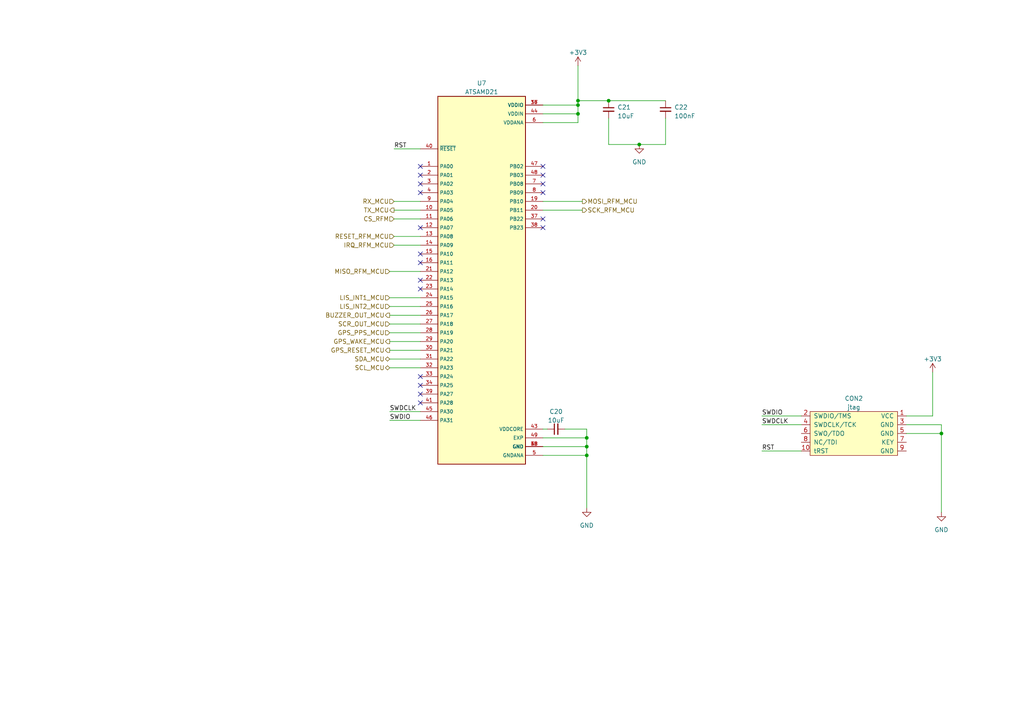
<source format=kicad_sch>
(kicad_sch (version 20210406) (generator eeschema)
  (paper "A4")
  (lib_symbols
    (symbol "Device:C_Small" (pin_numbers hide) (pin_names (offset 0.254) hide)
      (property "Reference" "C" (at 0.254 1.778 0))
      (property "Value" "C_Small" (at 0.254 -2.032 0))
      (symbol "C_Small_0_1"
        (polyline (pts (xy -1.524 -0.508) (xy 1.524 -0.508)) (stroke (width 0.3302)))
        (polyline (pts (xy -1.524 0.508) (xy 1.524 0.508)) (stroke (width 0.3048)))
      )
      (symbol "C_Small_1_1"
        (pin passive line (at 0 2.54 270) (length 2.032) (name "~") (number "1"))
        (pin passive line (at 0 -2.54 90) (length 2.032) (name "~") (number "2"))
      )
    )
    (symbol "Halfgelijders:ATSAMD21"
      (property "Reference" "U" (at -12.7 -45.72 0))
      (property "Value" "ATSAMD21" (at -8.89 58.42 0))
      (symbol "ATSAMD21_0_0"
        (rectangle (start -13.97 -46.99) (end 11.43 59.69) (stroke (width 0.254)) (fill (type background)))
        (pin bidirectional line (at -19.05 39.37 0) (length 5.08) (name "PA00") (number "1"))
        (pin bidirectional line (at -19.05 26.67 0) (length 5.08) (name "PA05") (number "10"))
        (pin bidirectional line (at -19.05 24.13 0) (length 5.08) (name "PA06") (number "11"))
        (pin bidirectional line (at -19.05 21.59 0) (length 5.08) (name "PA07") (number "12"))
        (pin bidirectional line (at -19.05 19.05 0) (length 5.08) (name "PA08") (number "13"))
        (pin bidirectional line (at -19.05 16.51 0) (length 5.08) (name "PA09") (number "14"))
        (pin bidirectional line (at -19.05 13.97 0) (length 5.08) (name "PA10") (number "15"))
        (pin bidirectional line (at -19.05 11.43 0) (length 5.08) (name "PA11") (number "16"))
        (pin power_in line (at 16.51 57.15 180) (length 5.08) (name "VDDIO") (number "17"))
        (pin power_in line (at 16.51 -41.91 180) (length 5.08) (name "GND") (number "18"))
        (pin bidirectional line (at 16.51 29.21 180) (length 5.08) (name "PB10") (number "19"))
        (pin bidirectional line (at -19.05 36.83 0) (length 5.08) (name "PA01") (number "2"))
        (pin bidirectional line (at 16.51 26.67 180) (length 5.08) (name "PB11") (number "20"))
        (pin bidirectional line (at -19.05 8.89 0) (length 5.08) (name "PA12") (number "21"))
        (pin bidirectional line (at -19.05 6.35 0) (length 5.08) (name "PA13") (number "22"))
        (pin bidirectional line (at -19.05 3.81 0) (length 5.08) (name "PA14") (number "23"))
        (pin bidirectional line (at -19.05 1.27 0) (length 5.08) (name "PA15") (number "24"))
        (pin bidirectional line (at -19.05 -1.27 0) (length 5.08) (name "PA16") (number "25"))
        (pin bidirectional line (at -19.05 -3.81 0) (length 5.08) (name "PA17") (number "26"))
        (pin bidirectional line (at -19.05 -6.35 0) (length 5.08) (name "PA18") (number "27"))
        (pin bidirectional line (at -19.05 -8.89 0) (length 5.08) (name "PA19") (number "28"))
        (pin bidirectional line (at -19.05 -11.43 0) (length 5.08) (name "PA20") (number "29"))
        (pin bidirectional line (at -19.05 34.29 0) (length 5.08) (name "PA02") (number "3"))
        (pin bidirectional line (at -19.05 -13.97 0) (length 5.08) (name "PA21") (number "30"))
        (pin bidirectional line (at -19.05 -16.51 0) (length 5.08) (name "PA22") (number "31"))
        (pin bidirectional line (at -19.05 -19.05 0) (length 5.08) (name "PA23") (number "32"))
        (pin bidirectional line (at -19.05 -21.59 0) (length 5.08) (name "PA24") (number "33"))
        (pin bidirectional line (at -19.05 -24.13 0) (length 5.08) (name "PA25") (number "34"))
        (pin power_in line (at 16.51 -41.91 180) (length 5.08) (name "GND") (number "35"))
        (pin power_in line (at 16.51 57.15 180) (length 5.08) (name "VDDIO") (number "36"))
        (pin bidirectional line (at 16.51 24.13 180) (length 5.08) (name "PB22") (number "37"))
        (pin bidirectional line (at 16.51 21.59 180) (length 5.08) (name "PB23") (number "38"))
        (pin bidirectional line (at -19.05 -26.67 0) (length 5.08) (name "PA27") (number "39"))
        (pin bidirectional line (at -19.05 31.75 0) (length 5.08) (name "PA03") (number "4"))
        (pin input line (at -19.05 44.45 0) (length 5.08) (name "~RESET") (number "40"))
        (pin bidirectional line (at -19.05 -29.21 0) (length 5.08) (name "PA28") (number "41"))
        (pin power_in line (at 16.51 -41.91 180) (length 5.08) (name "GND") (number "42"))
        (pin power_in line (at 16.51 -36.83 180) (length 5.08) (name "VDDCORE") (number "43"))
        (pin power_in line (at 16.51 54.61 180) (length 5.08) (name "VDDIN") (number "44"))
        (pin bidirectional line (at -19.05 -31.75 0) (length 5.08) (name "PA30") (number "45"))
        (pin bidirectional line (at -19.05 -34.29 0) (length 5.08) (name "PA31") (number "46"))
        (pin bidirectional line (at 16.51 39.37 180) (length 5.08) (name "PB02") (number "47"))
        (pin bidirectional line (at 16.51 36.83 180) (length 5.08) (name "PB03") (number "48"))
        (pin power_in line (at 16.51 -39.37 180) (length 5.08) (name "EXP") (number "49"))
        (pin power_in line (at 16.51 -44.45 180) (length 5.08) (name "GNDANA") (number "5"))
        (pin power_in line (at 16.51 52.07 180) (length 5.08) (name "VDDANA") (number "6"))
        (pin bidirectional line (at 16.51 34.29 180) (length 5.08) (name "PB08") (number "7"))
        (pin bidirectional line (at 16.51 31.75 180) (length 5.08) (name "PB09") (number "8"))
        (pin bidirectional line (at -19.05 29.21 0) (length 5.08) (name "PA04") (number "9"))
      )
    )
    (symbol "conectors:jtag" (pin_names (offset 1.016))
      (property "Reference" "CON" (at -6.35 0 90))
      (property "Value" "jtag" (at -3.81 0 90))
      (symbol "jtag_0_1"
        (rectangle (start -12.7 6.35) (end 12.7 -6.35) (fill (type background)))
      )
      (symbol "jtag_1_1"
        (pin power_in line (at -15.24 5.08 0) (length 2.54) (name "VCC") (number "1"))
        (pin unspecified line (at 15.24 -5.08 180) (length 2.54) (name "tRST") (number "10"))
        (pin unspecified line (at 15.24 5.08 180) (length 2.54) (name "SWDIO/TMS") (number "2"))
        (pin power_out line (at -15.24 2.54 0) (length 2.54) (name "GND") (number "3"))
        (pin unspecified line (at 15.24 2.54 180) (length 2.54) (name "SWDCLK/TCK") (number "4"))
        (pin power_out line (at -15.24 0 0) (length 2.54) (name "GND") (number "5"))
        (pin power_in line (at 15.24 0 180) (length 2.54) (name "SWO/TDO") (number "6"))
        (pin unspecified line (at -15.24 -2.54 0) (length 2.54) (name "KEY") (number "7"))
        (pin unspecified line (at 15.24 -2.54 180) (length 2.54) (name "NC/TDI") (number "8"))
        (pin power_out line (at -15.24 -5.08 0) (length 2.54) (name "GND") (number "9"))
      )
    )
    (symbol "power:+3V3" (power) (pin_names (offset 0))
      (property "Value" "+3V3" (at 0 3.556 0))
      (symbol "+3V3_0_1"
        (polyline (pts (xy -0.762 1.27) (xy 0 2.54)))
        (polyline (pts (xy 0 0) (xy 0 2.54)))
        (polyline (pts (xy 0 2.54) (xy 0.762 1.27)))
      )
      (symbol "+3V3_1_1"
        (pin power_in line (at 0 0 90) (length 0) hide (name "+3V3") (number "1"))
      )
    )
    (symbol "power:GND" (power) (pin_names (offset 0))
      (property "Value" "GND" (at 0 -3.81 0))
      (symbol "GND_0_1"
        (polyline (pts (xy 0 0) (xy 0 -1.27) (xy 1.27 -1.27) (xy 0 -2.54) (xy -1.27 -1.27) (xy 0 -1.27)))
      )
      (symbol "GND_1_1"
        (pin power_in line (at 0 0 270) (length 0) hide (name "GND") (number "1"))
      )
    )
  )
  (junction (at 167.64 29.21) (diameter 0.9144))
  (junction (at 167.64 30.48) (diameter 0.9144))
  (junction (at 167.64 33.02) (diameter 0.9144))
  (junction (at 170.18 127) (diameter 0.9144))
  (junction (at 170.18 129.54) (diameter 0.9144))
  (junction (at 170.18 132.08) (diameter 0.9144))
  (junction (at 176.53 29.21) (diameter 0.9144))
  (junction (at 185.42 41.91) (diameter 0.9144))
  (junction (at 273.05 125.73) (diameter 0.9144))
  (no_connect (at 121.92 48.26))
  (no_connect (at 121.92 50.8))
  (no_connect (at 121.92 53.34))
  (no_connect (at 121.92 55.88))
  (no_connect (at 121.92 66.04))
  (no_connect (at 121.92 73.66))
  (no_connect (at 121.92 76.2))
  (no_connect (at 121.92 81.28))
  (no_connect (at 121.92 83.82))
  (no_connect (at 121.92 109.22))
  (no_connect (at 121.92 111.76))
  (no_connect (at 121.92 114.3))
  (no_connect (at 121.92 116.84))
  (no_connect (at 157.48 48.26))
  (no_connect (at 157.48 50.8))
  (no_connect (at 157.48 53.34))
  (no_connect (at 157.48 55.88))
  (no_connect (at 157.48 63.5))
  (no_connect (at 157.48 66.04))
  (wire (pts (xy 113.03 78.74) (xy 121.92 78.74)))
  (wire (pts (xy 113.03 86.36) (xy 121.92 86.36)))
  (wire (pts (xy 113.03 88.9) (xy 121.92 88.9)))
  (wire (pts (xy 113.03 91.44) (xy 121.92 91.44)))
  (wire (pts (xy 113.03 93.98) (xy 121.92 93.98)))
  (wire (pts (xy 113.03 96.52) (xy 121.92 96.52)))
  (wire (pts (xy 113.03 99.06) (xy 121.92 99.06)))
  (wire (pts (xy 113.03 101.6) (xy 121.92 101.6)))
  (wire (pts (xy 113.03 104.14) (xy 121.92 104.14)))
  (wire (pts (xy 113.03 106.68) (xy 121.92 106.68)))
  (wire (pts (xy 113.03 119.38) (xy 121.92 119.38)))
  (wire (pts (xy 113.03 121.92) (xy 121.92 121.92)))
  (wire (pts (xy 114.3 43.18) (xy 121.92 43.18)))
  (wire (pts (xy 114.3 58.42) (xy 121.92 58.42)))
  (wire (pts (xy 114.3 60.96) (xy 121.92 60.96)))
  (wire (pts (xy 114.3 63.5) (xy 121.92 63.5)))
  (wire (pts (xy 114.3 68.58) (xy 121.92 68.58)))
  (wire (pts (xy 114.3 71.12) (xy 121.92 71.12)))
  (wire (pts (xy 157.48 30.48) (xy 167.64 30.48)))
  (wire (pts (xy 157.48 33.02) (xy 167.64 33.02)))
  (wire (pts (xy 157.48 35.56) (xy 167.64 35.56)))
  (wire (pts (xy 157.48 58.42) (xy 168.91 58.42)))
  (wire (pts (xy 157.48 60.96) (xy 168.91 60.96)))
  (wire (pts (xy 157.48 124.46) (xy 158.75 124.46)))
  (wire (pts (xy 157.48 129.54) (xy 170.18 129.54)))
  (wire (pts (xy 157.48 132.08) (xy 170.18 132.08)))
  (wire (pts (xy 163.83 124.46) (xy 170.18 124.46)))
  (wire (pts (xy 167.64 19.05) (xy 167.64 29.21)))
  (wire (pts (xy 167.64 29.21) (xy 167.64 30.48)))
  (wire (pts (xy 167.64 30.48) (xy 167.64 33.02)))
  (wire (pts (xy 167.64 35.56) (xy 167.64 33.02)))
  (wire (pts (xy 170.18 124.46) (xy 170.18 127)))
  (wire (pts (xy 170.18 127) (xy 157.48 127)))
  (wire (pts (xy 170.18 127) (xy 170.18 129.54)))
  (wire (pts (xy 170.18 129.54) (xy 170.18 132.08)))
  (wire (pts (xy 170.18 132.08) (xy 170.18 147.32)))
  (wire (pts (xy 176.53 29.21) (xy 167.64 29.21)))
  (wire (pts (xy 176.53 34.29) (xy 176.53 41.91)))
  (wire (pts (xy 176.53 41.91) (xy 185.42 41.91)))
  (wire (pts (xy 185.42 41.91) (xy 193.04 41.91)))
  (wire (pts (xy 193.04 29.21) (xy 176.53 29.21)))
  (wire (pts (xy 193.04 41.91) (xy 193.04 34.29)))
  (wire (pts (xy 220.98 120.65) (xy 232.41 120.65)))
  (wire (pts (xy 220.98 123.19) (xy 232.41 123.19)))
  (wire (pts (xy 220.98 130.81) (xy 232.41 130.81)))
  (wire (pts (xy 262.89 120.65) (xy 270.51 120.65)))
  (wire (pts (xy 262.89 125.73) (xy 273.05 125.73)))
  (wire (pts (xy 270.51 120.65) (xy 270.51 107.95)))
  (wire (pts (xy 273.05 123.19) (xy 262.89 123.19)))
  (wire (pts (xy 273.05 123.19) (xy 273.05 125.73)))
  (wire (pts (xy 273.05 125.73) (xy 273.05 148.59)))
  (label "SWDCLK" (at 113.03 119.38 0))
  (label "SWDIO" (at 113.03 121.92 0))
  (label "RST" (at 114.3 43.18 0))
  (label "SWDIO" (at 220.98 120.65 0))
  (label "SWDCLK" (at 220.98 123.19 0))
  (label "RST" (at 220.98 130.81 0))
  (hierarchical_label "MISO_RFM_MCU" (shape input) (at 113.03 78.74 180))
  (hierarchical_label "LIS_INT1_MCU" (shape input) (at 113.03 86.36 180))
  (hierarchical_label "LIS_INT2_MCU" (shape input) (at 113.03 88.9 180))
  (hierarchical_label "BUZZER_OUT_MCU" (shape output) (at 113.03 91.44 180))
  (hierarchical_label "SCR_OUT_MCU" (shape input) (at 113.03 93.98 180))
  (hierarchical_label "GPS_PPS_MCU" (shape input) (at 113.03 96.52 180))
  (hierarchical_label "GPS_WAKE_MCU" (shape output) (at 113.03 99.06 180))
  (hierarchical_label "GPS_RESET_MCU" (shape output) (at 113.03 101.6 180))
  (hierarchical_label "SDA_MCU" (shape bidirectional) (at 113.03 104.14 180))
  (hierarchical_label "SCL_MCU" (shape bidirectional) (at 113.03 106.68 180))
  (hierarchical_label "RX_MCU" (shape input) (at 114.3 58.42 180))
  (hierarchical_label "TX_MCU" (shape output) (at 114.3 60.96 180))
  (hierarchical_label "CS_RFM" (shape input) (at 114.3 63.5 180))
  (hierarchical_label "RESET_RFM_MCU" (shape input) (at 114.3 68.58 180))
  (hierarchical_label "IRQ_RFM_MCU" (shape input) (at 114.3 71.12 180))
  (hierarchical_label "MOSI_RFM_MCU" (shape output) (at 168.91 58.42 0))
  (hierarchical_label "SCK_RFM_MCU" (shape output) (at 168.91 60.96 0))
  (symbol (lib_id "power:+3V3") (at 167.64 19.05 0) (unit 1)
    (property "Reference" "#PWR0141" (effects hide))
    (property "Value" "+3V3" (at 167.64 15.24 0))
  )
  (symbol (lib_id "power:+3V3") (at 270.51 107.95 0) (unit 1)
    (property "Reference" "#PWR0150" (effects hide))
    (property "Value" "+3V3" (at 270.51 104.14 0))
  )
  (symbol (lib_id "power:GND") (at 170.18 147.32 0) (unit 1)
    (property "Reference" "#PWR0143" (effects hide))
    (property "Value" "GND" (at 170.18 152.4 0))
  )
  (symbol (lib_id "power:GND") (at 185.42 41.91 0) (unit 1)
    (property "Reference" "#PWR0142" (effects hide))
    (property "Value" "GND" (at 185.42 46.99 0))
  )
  (symbol (lib_id "power:GND") (at 273.05 148.59 0) (unit 1)
    (property "Reference" "#PWR0151" (effects hide))
    (property "Value" "GND" (at 273.05 153.67 0))
  )
  (symbol (lib_id "Device:C_Small") (at 161.29 124.46 90) (unit 1)
    (property "Reference" "C20" (at 161.29 119.38 90))
    (property "Value" "10uF" (at 161.29 121.92 90))
    (property "Footprint" "vanalles:0603" (effects hide))
  )
  (symbol (lib_id "Device:C_Small") (at 176.53 31.75 0) (unit 1)
    (property "Reference" "C21" (at 179.07 31.1149 0) (effects (justify left)))
    (property "Value" "10uF" (at 179.07 33.6549 0) (effects (justify left)))
    (property "Footprint" "vanalles:0603" (effects hide))
  )
  (symbol (lib_id "Device:C_Small") (at 193.04 31.75 0) (unit 1)
    (property "Reference" "C22" (at 195.58 31.1149 0) (effects (justify left)))
    (property "Value" "100nF" (at 195.58 33.6549 0) (effects (justify left)))
    (property "Footprint" "vanalles:0603" (effects hide))
  )
  (symbol (lib_id "conectors:jtag") (at 247.65 125.73 0) (mirror y) (unit 1)
    (property "Reference" "CON2" (at 247.65 115.57 0))
    (property "Value" "jtag" (at 247.65 118.11 0))
    (property "Footprint" "connectors_user:Tag-Connect_TC2050-IDC-FP_2x05_P1.27mm_Vertical" (effects hide))
  )
  (symbol (lib_id "Halfgelijders:ATSAMD21") (at 140.97 87.63 0) (unit 1)
    (property "Reference" "U7" (at 139.7 24.13 0))
    (property "Value" "ATSAMD21" (at 139.7 26.67 0))
    (property "Footprint" "halfgeleiders:QFN49P40_600X600X90L40X20T460N" (effects hide))
  )
)
</source>
